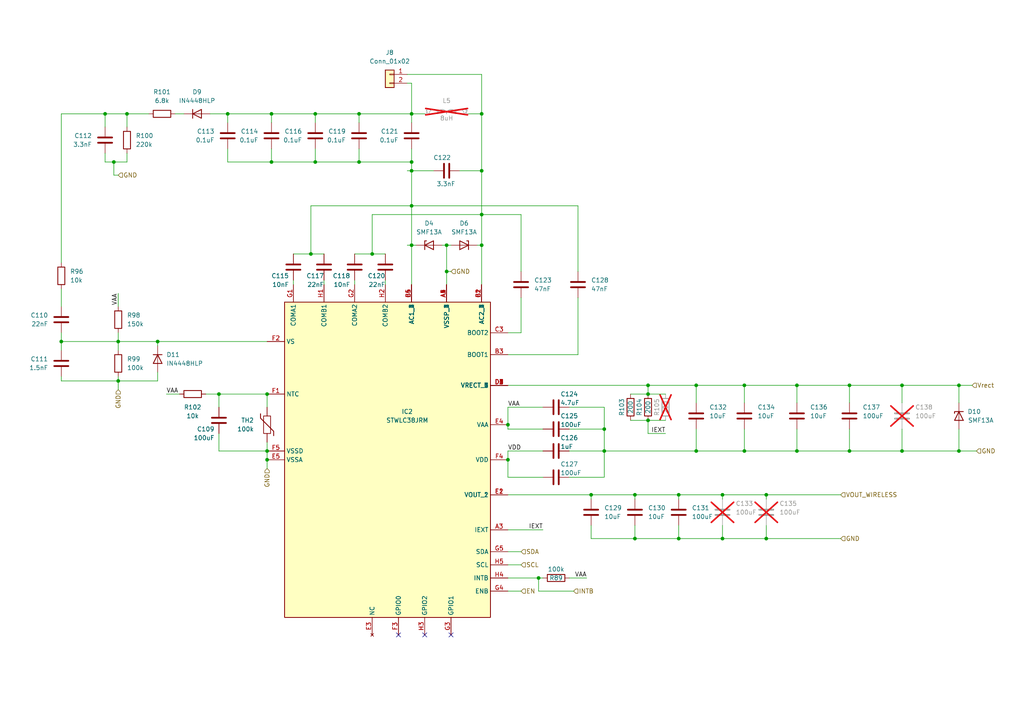
<source format=kicad_sch>
(kicad_sch (version 20230121) (generator eeschema)
  (paper "A4")
  (lib_symbols
    (symbol "Device:D" (pin_numbers hide) (pin_names (offset 1.016) hide)
      (property "Reference" "D" (at 0 2.54 0))
      (property "Value" "D" (at 0 -2.54 0))
      (symbol "D_0_1"
        (polyline (pts (xy -1.27 1.27) (xy -1.27 -1.27)) (stroke (width 0.254)))
        (polyline (pts (xy 1.27 0) (xy -1.27 0)))
        (polyline (pts (xy 1.27 1.27) (xy 1.27 -1.27) (xy -1.27 0) (xy 1.27 1.27)) (stroke (width 0.254)))
      )
      (symbol "D_1_1"
        (pin passive line (at -3.81 0 0) (length 2.54) (name "K") (number "1"))
        (pin passive line (at 3.81 0 180) (length 2.54) (name "A") (number "2"))
      )
    )
    (symbol "Device:D_Zener" (pin_numbers hide) (pin_names (offset 1.016) hide)
      (property "Reference" "D" (at 0 2.54 0))
      (property "Value" "D_Zener" (at 0 -2.54 0))
      (symbol "D_Zener_0_1"
        (polyline (pts (xy 1.27 0) (xy -1.27 0)))
        (polyline (pts (xy -1.27 -1.27) (xy -1.27 1.27) (xy -0.762 1.27)) (stroke (width 0.254)))
        (polyline (pts (xy 1.27 -1.27) (xy 1.27 1.27) (xy -1.27 0) (xy 1.27 -1.27)) (stroke (width 0.254)))
      )
      (symbol "D_Zener_1_1"
        (pin passive line (at -3.81 0 0) (length 2.54) (name "K") (number "1"))
        (pin passive line (at 3.81 0 180) (length 2.54) (name "A") (number "2"))
      )
    )
    (symbol "robot:C" (pin_numbers hide) (pin_names (offset 0.254))
      (property "Reference" "C" (at 0.635 2.54 0))
      (property "Value" "C" (at 0.635 -2.54 0))
      (symbol "C_0_1"
        (polyline (pts (xy -2.032 -0.762) (xy 2.032 -0.762)) (stroke (width 0.508)))
        (polyline (pts (xy -2.032 0.762) (xy 2.032 0.762)) (stroke (width 0.508)))
      )
      (symbol "C_1_1"
        (pin passive line (at 0 3.81 270) (length 2.794) (name "~") (number "1"))
        (pin passive line (at 0 -3.81 90) (length 2.794) (name "~") (number "2"))
      )
    )
    (symbol "robot:Conn_01x02" (pin_names (offset 1.016) hide)
      (property "Reference" "J" (at 0 2.54 0))
      (property "Value" "Conn_01x02" (at 0 -5.08 0))
      (symbol "Conn_01x02_1_1"
        (rectangle (start -1.27 -2.413) (end 0 -2.667) (stroke (width 0.1524)))
        (rectangle (start -1.27 0.127) (end 0 -0.127) (stroke (width 0.1524)))
        (rectangle (start -1.27 1.27) (end 1.27 -3.81) (stroke (width 0.254)) (fill (type background)))
        (pin passive line (at -5.08 0 0) (length 3.81) (name "Pin_1") (number "1"))
        (pin passive line (at -5.08 -2.54 0) (length 3.81) (name "Pin_2") (number "2"))
      )
    )
    (symbol "robot:INDUCTOR" (pin_numbers hide) (pin_names (offset 0))
      (property "Reference" "L" (at 0 2.54 0))
      (property "Value" "INDUCTOR" (at 0 -1.27 0))
      (symbol "INDUCTOR_0_1"
        (arc (start -2.54 0) (mid -3.81 1.2645) (end -5.08 0))
        (arc (start 0 0) (mid -1.27 1.2645) (end -2.54 0))
        (arc (start 2.54 0) (mid 1.27 1.2645) (end 0 0))
        (arc (start 5.08 0) (mid 3.81 1.2645) (end 2.54 0))
      )
      (symbol "INDUCTOR_1_1"
        (pin input line (at -6.35 0 0) (length 1.27) (name "1") (number "1"))
        (pin input line (at 6.35 0 180) (length 1.27) (name "2") (number "2"))
      )
    )
    (symbol "robot:R" (pin_numbers hide) (pin_names (offset 0))
      (property "Reference" "R" (at 2.032 0 90))
      (property "Value" "R" (at 0 0 90))
      (symbol "R_0_1"
        (rectangle (start -1.016 -2.54) (end 1.016 2.54) (stroke (width 0.254)))
      )
      (symbol "R_1_1"
        (pin passive line (at 0 3.81 270) (length 1.27) (name "~") (number "1"))
        (pin passive line (at 0 -3.81 90) (length 1.27) (name "~") (number "2"))
      )
    )
    (symbol "robot:STWLC38JRM"
      (property "Reference" "IC" (at -10.16 -5.715 0))
      (property "Value" "STWLC38JRM" (at -10.16 -8.255 0))
      (symbol "STWLC38JRM_1_1"
        (rectangle (start -35.56 33.02) (end 24.13 -58.42) (stroke (width 0.254)) (fill (type background)))
        (pin passive line (at 11.43 38.1 270) (length 5.08) (name "VSSP_1") (number "A1"))
        (pin passive line (at 11.43 38.1 270) (length 5.08) (name "VSSP_2") (number "A2"))
        (pin passive line (at 29.21 -33.02 180) (length 5.08) (name "IEXT") (number "A3"))
        (pin passive line (at 11.43 38.1 270) (length 5.08) (name "VSSP_3") (number "A4"))
        (pin passive line (at 11.43 38.1 270) (length 5.08) (name "VSSP_4") (number "A5"))
        (pin passive line (at 21.59 38.1 270) (length 5.08) (name "AC2_1") (number "B1"))
        (pin passive line (at 21.59 38.1 270) (length 5.08) (name "AC2_2") (number "B2"))
        (pin passive line (at 29.21 17.78 180) (length 5.08) (name "BOOT1") (number "B3"))
        (pin passive line (at 1.27 38.1 270) (length 5.08) (name "AC1_1") (number "B4"))
        (pin passive line (at 1.27 38.1 270) (length 5.08) (name "AC1_2") (number "B5"))
        (pin passive line (at 21.59 38.1 270) (length 5.08) (name "AC2_3") (number "C1"))
        (pin passive line (at 21.59 38.1 270) (length 5.08) (name "AC2_4") (number "C2"))
        (pin passive line (at 29.21 24.13 180) (length 5.08) (name "BOOT2") (number "C3"))
        (pin passive line (at 1.27 38.1 270) (length 5.08) (name "AC1_3") (number "C4"))
        (pin passive line (at 1.27 38.1 270) (length 5.08) (name "AC1_4") (number "C5"))
        (pin passive line (at 29.21 8.89 180) (length 5.08) (name "VRECT_1") (number "D1"))
        (pin passive line (at 29.21 8.89 180) (length 5.08) (name "VRECT_2") (number "D2"))
        (pin passive line (at 29.21 8.89 180) (length 5.08) (name "VRECT_3") (number "D3"))
        (pin passive line (at 29.21 8.89 180) (length 5.08) (name "VRECT_4") (number "D4"))
        (pin passive line (at 29.21 8.89 180) (length 5.08) (name "VRECT_5") (number "D5"))
        (pin passive line (at 29.21 -22.86 180) (length 5.08) (name "VOUT_1") (number "E1"))
        (pin passive line (at 29.21 -22.86 180) (length 5.08) (name "VOUT_2") (number "E2"))
        (pin no_connect line (at -10.16 -63.5 90) (length 5.08) (name "NC") (number "E3"))
        (pin passive line (at 29.21 -2.54 180) (length 5.08) (name "VAA") (number "E4"))
        (pin passive line (at -40.64 -12.7 0) (length 5.08) (name "VSSA") (number "E5"))
        (pin passive line (at -40.64 6.35 0) (length 5.08) (name "NTC") (number "F1"))
        (pin passive line (at -40.64 21.59 0) (length 5.08) (name "VS") (number "F2"))
        (pin passive line (at -2.54 -63.5 90) (length 5.08) (name "GPIO0") (number "F3"))
        (pin passive line (at 29.21 -12.7 180) (length 5.08) (name "VDD") (number "F4"))
        (pin passive line (at -40.64 -10.16 0) (length 5.08) (name "VSSD") (number "F5"))
        (pin passive line (at -33.02 38.1 270) (length 5.08) (name "COMA1") (number "G1"))
        (pin passive line (at -15.24 38.1 270) (length 5.08) (name "COMA2") (number "G2"))
        (pin passive line (at 12.7 -63.5 90) (length 5.08) (name "GPIO1") (number "G3"))
        (pin passive line (at 29.21 -50.8 180) (length 5.08) (name "ENB") (number "G4"))
        (pin passive line (at 29.21 -39.37 180) (length 5.08) (name "SDA") (number "G5"))
        (pin passive line (at -24.13 38.1 270) (length 5.08) (name "COMB1") (number "H1"))
        (pin passive line (at -6.35 38.1 270) (length 5.08) (name "COMB2") (number "H2"))
        (pin passive line (at 5.08 -63.5 90) (length 5.08) (name "GPIO2") (number "H3"))
        (pin passive line (at 29.21 -46.99 180) (length 5.08) (name "INTB") (number "H4"))
        (pin passive line (at 29.21 -43.18 180) (length 5.08) (name "SCL") (number "H5"))
      )
    )
    (symbol "robot:Thermistor" (pin_numbers hide) (pin_names (offset 0))
      (property "Reference" "TH" (at 2.54 1.27 90))
      (property "Value" "Thermistor" (at -2.54 0 90))
      (symbol "Thermistor_0_1"
        (rectangle (start -1.016 2.54) (end 1.016 -2.54) (stroke (width 0.2032)))
        (polyline (pts (xy -1.905 3.175) (xy -1.905 1.905) (xy 1.905 -1.905) (xy 1.905 -3.175) (xy 1.905 -3.175)) (stroke (width 0.254)))
      )
      (symbol "Thermistor_1_1"
        (pin passive line (at 0 5.08 270) (length 2.54) (name "~") (number "1"))
        (pin passive line (at 0 -5.08 90) (length 2.54) (name "~") (number "2"))
      )
    )
  )
  (junction (at 261.62 111.76))
  (junction (at 147.32 133.35))
  (junction (at 77.47 114.3))
  (junction (at 91.44 46.99))
  (junction (at 231.14 111.76))
  (junction (at 175.26 124.46))
  (junction (at 17.78 99.06))
  (junction (at 175.26 130.81))
  (junction (at 78.74 33.02))
  (junction (at 33.02 46.99))
  (junction (at 156.21 167.64))
  (junction (at 107.95 73.66))
  (junction (at 34.29 110.49))
  (junction (at 209.55 156.21))
  (junction (at 129.54 78.74))
  (junction (at 104.14 46.99))
  (junction (at 119.38 33.02))
  (junction (at 246.38 111.76))
  (junction (at 278.13 130.81))
  (junction (at 147.32 123.19))
  (junction (at 36.83 33.02))
  (junction (at 215.9 111.76))
  (junction (at 187.96 111.76))
  (junction (at 139.7 62.23))
  (junction (at 196.85 156.21))
  (junction (at 184.15 156.21))
  (junction (at 231.14 130.81))
  (junction (at 34.29 99.06))
  (junction (at 261.62 130.81))
  (junction (at 78.74 46.99))
  (junction (at 119.38 59.69))
  (junction (at 209.55 143.51))
  (junction (at 184.15 143.51))
  (junction (at 119.38 49.53))
  (junction (at 222.25 156.21))
  (junction (at 187.96 114.3))
  (junction (at 45.72 99.06))
  (junction (at 171.45 143.51))
  (junction (at 129.54 71.12))
  (junction (at 139.7 71.12))
  (junction (at 187.96 121.92))
  (junction (at 196.85 143.51))
  (junction (at 222.25 143.51))
  (junction (at 104.14 33.02))
  (junction (at 77.47 130.81))
  (junction (at 201.93 130.81))
  (junction (at 139.7 49.53))
  (junction (at 30.48 33.02))
  (junction (at 91.44 33.02))
  (junction (at 90.17 73.66))
  (junction (at 201.93 111.76))
  (junction (at 119.38 46.99))
  (junction (at 66.04 33.02))
  (junction (at 215.9 130.81))
  (junction (at 119.38 71.12))
  (junction (at 278.13 111.76))
  (junction (at 63.5 114.3))
  (junction (at 77.47 133.35))
  (junction (at 139.7 33.02))
  (junction (at 246.38 130.81))
  (no_connect (at 130.81 184.15))
  (no_connect (at 123.19 184.15))
  (no_connect (at 115.57 184.15))
  (wire (pts (xy 107.95 62.23) (xy 107.95 73.66)))
  (wire (pts (xy 77.47 128.27) (xy 77.47 130.81)))
  (wire (pts (xy 133.35 49.53) (xy 139.7 49.53)))
  (wire (pts (xy 17.78 33.02) (xy 30.48 33.02)))
  (wire (pts (xy 147.32 96.52) (xy 151.13 96.52)))
  (wire (pts (xy 17.78 110.49) (xy 34.29 110.49)))
  (wire (pts (xy 147.32 124.46) (xy 157.48 124.46)))
  (wire (pts (xy 119.38 71.12) (xy 119.38 59.69)))
  (wire (pts (xy 17.78 83.82) (xy 17.78 88.9)))
  (wire (pts (xy 261.62 111.76) (xy 278.13 111.76)))
  (wire (pts (xy 246.38 111.76) (xy 261.62 111.76)))
  (wire (pts (xy 187.96 111.76) (xy 187.96 114.3)))
  (wire (pts (xy 36.83 33.02) (xy 30.48 33.02)))
  (wire (pts (xy 17.78 109.22) (xy 17.78 110.49)))
  (wire (pts (xy 147.32 143.51) (xy 171.45 143.51)))
  (wire (pts (xy 278.13 111.76) (xy 278.13 116.84)))
  (wire (pts (xy 104.14 46.99) (xy 119.38 46.99)))
  (wire (pts (xy 184.15 143.51) (xy 196.85 143.51)))
  (wire (pts (xy 78.74 43.18) (xy 78.74 46.99)))
  (wire (pts (xy 171.45 143.51) (xy 171.45 144.78)))
  (wire (pts (xy 66.04 33.02) (xy 66.04 35.56)))
  (wire (pts (xy 231.14 124.46) (xy 231.14 130.81)))
  (wire (pts (xy 63.5 125.73) (xy 63.5 130.81)))
  (wire (pts (xy 91.44 46.99) (xy 104.14 46.99)))
  (wire (pts (xy 147.32 138.43) (xy 157.48 138.43)))
  (wire (pts (xy 78.74 46.99) (xy 91.44 46.99)))
  (wire (pts (xy 104.14 33.02) (xy 104.14 35.56)))
  (wire (pts (xy 167.64 86.36) (xy 167.64 102.87)))
  (wire (pts (xy 77.47 133.35) (xy 77.47 135.89)))
  (wire (pts (xy 209.55 156.21) (xy 222.25 156.21)))
  (wire (pts (xy 196.85 143.51) (xy 196.85 144.78)))
  (wire (pts (xy 30.48 36.83) (xy 30.48 33.02)))
  (wire (pts (xy 184.15 143.51) (xy 184.15 144.78)))
  (wire (pts (xy 63.5 114.3) (xy 77.47 114.3)))
  (wire (pts (xy 119.38 43.18) (xy 119.38 46.99)))
  (wire (pts (xy 215.9 111.76) (xy 231.14 111.76)))
  (wire (pts (xy 118.11 21.59) (xy 139.7 21.59)))
  (wire (pts (xy 187.96 121.92) (xy 193.04 121.92)))
  (wire (pts (xy 33.02 50.8) (xy 33.02 46.99)))
  (wire (pts (xy 215.9 130.81) (xy 231.14 130.81)))
  (wire (pts (xy 222.25 143.51) (xy 243.84 143.51)))
  (wire (pts (xy 139.7 33.02) (xy 139.7 49.53)))
  (wire (pts (xy 184.15 156.21) (xy 196.85 156.21)))
  (wire (pts (xy 45.72 99.06) (xy 45.72 100.33)))
  (wire (pts (xy 278.13 124.46) (xy 278.13 130.81)))
  (wire (pts (xy 209.55 143.51) (xy 222.25 143.51)))
  (wire (pts (xy 167.64 78.74) (xy 167.64 59.69)))
  (wire (pts (xy 45.72 99.06) (xy 77.47 99.06)))
  (wire (pts (xy 231.14 111.76) (xy 231.14 116.84)))
  (wire (pts (xy 129.54 71.12) (xy 129.54 78.74)))
  (wire (pts (xy 147.32 118.11) (xy 147.32 123.19)))
  (wire (pts (xy 139.7 49.53) (xy 139.7 62.23)))
  (wire (pts (xy 130.81 71.12) (xy 129.54 71.12)))
  (wire (pts (xy 33.02 46.99) (xy 36.83 46.99)))
  (wire (pts (xy 175.26 118.11) (xy 175.26 124.46)))
  (wire (pts (xy 167.64 59.69) (xy 119.38 59.69)))
  (wire (pts (xy 201.93 111.76) (xy 201.93 116.84)))
  (wire (pts (xy 171.45 152.4) (xy 171.45 156.21)))
  (wire (pts (xy 231.14 130.81) (xy 246.38 130.81)))
  (wire (pts (xy 187.96 125.73) (xy 193.04 125.73)))
  (wire (pts (xy 17.78 99.06) (xy 17.78 101.6)))
  (wire (pts (xy 156.21 171.45) (xy 166.37 171.45)))
  (wire (pts (xy 90.17 73.66) (xy 93.98 73.66)))
  (wire (pts (xy 17.78 96.52) (xy 17.78 99.06)))
  (wire (pts (xy 196.85 152.4) (xy 196.85 156.21)))
  (wire (pts (xy 175.26 138.43) (xy 165.1 138.43)))
  (wire (pts (xy 231.14 111.76) (xy 246.38 111.76)))
  (wire (pts (xy 151.13 96.52) (xy 151.13 86.36)))
  (wire (pts (xy 48.26 114.3) (xy 52.07 114.3)))
  (wire (pts (xy 215.9 130.81) (xy 215.9 124.46)))
  (wire (pts (xy 63.5 130.81) (xy 77.47 130.81)))
  (wire (pts (xy 66.04 33.02) (xy 78.74 33.02)))
  (wire (pts (xy 222.25 156.21) (xy 243.84 156.21)))
  (wire (pts (xy 63.5 118.11) (xy 63.5 114.3)))
  (wire (pts (xy 129.54 78.74) (xy 129.54 82.55)))
  (wire (pts (xy 91.44 33.02) (xy 91.44 35.56)))
  (wire (pts (xy 36.83 33.02) (xy 43.18 33.02)))
  (wire (pts (xy 34.29 109.22) (xy 34.29 110.49)))
  (wire (pts (xy 261.62 130.81) (xy 261.62 124.46)))
  (wire (pts (xy 135.89 33.02) (xy 139.7 33.02)))
  (wire (pts (xy 34.29 96.52) (xy 34.29 99.06)))
  (wire (pts (xy 104.14 33.02) (xy 119.38 33.02)))
  (wire (pts (xy 119.38 82.55) (xy 119.38 71.12)))
  (wire (pts (xy 175.26 118.11) (xy 165.1 118.11)))
  (wire (pts (xy 201.93 130.81) (xy 215.9 130.81)))
  (wire (pts (xy 139.7 71.12) (xy 139.7 82.55)))
  (wire (pts (xy 102.87 73.66) (xy 107.95 73.66)))
  (wire (pts (xy 175.26 130.81) (xy 165.1 130.81)))
  (wire (pts (xy 175.26 124.46) (xy 175.26 130.81)))
  (wire (pts (xy 119.38 49.53) (xy 125.73 49.53)))
  (wire (pts (xy 34.29 50.8) (xy 33.02 50.8)))
  (wire (pts (xy 66.04 46.99) (xy 78.74 46.99)))
  (wire (pts (xy 78.74 33.02) (xy 91.44 33.02)))
  (wire (pts (xy 147.32 171.45) (xy 151.13 171.45)))
  (wire (pts (xy 139.7 21.59) (xy 139.7 33.02)))
  (wire (pts (xy 139.7 62.23) (xy 151.13 62.23)))
  (wire (pts (xy 209.55 152.4) (xy 209.55 156.21)))
  (wire (pts (xy 85.09 73.66) (xy 90.17 73.66)))
  (wire (pts (xy 201.93 130.81) (xy 201.93 124.46)))
  (wire (pts (xy 182.88 121.92) (xy 187.96 121.92)))
  (wire (pts (xy 17.78 76.2) (xy 17.78 33.02)))
  (wire (pts (xy 147.32 111.76) (xy 187.96 111.76)))
  (wire (pts (xy 34.29 110.49) (xy 45.72 110.49)))
  (wire (pts (xy 91.44 43.18) (xy 91.44 46.99)))
  (wire (pts (xy 147.32 167.64) (xy 156.21 167.64)))
  (wire (pts (xy 222.25 143.51) (xy 222.25 144.78)))
  (wire (pts (xy 119.38 71.12) (xy 118.11 71.12)))
  (wire (pts (xy 147.32 160.02) (xy 151.13 160.02)))
  (wire (pts (xy 36.83 44.45) (xy 36.83 46.99)))
  (wire (pts (xy 184.15 152.4) (xy 184.15 156.21)))
  (wire (pts (xy 30.48 44.45) (xy 30.48 46.99)))
  (wire (pts (xy 30.48 46.99) (xy 33.02 46.99)))
  (wire (pts (xy 151.13 78.74) (xy 151.13 62.23)))
  (wire (pts (xy 278.13 111.76) (xy 281.94 111.76)))
  (wire (pts (xy 246.38 130.81) (xy 261.62 130.81)))
  (wire (pts (xy 59.69 114.3) (xy 63.5 114.3)))
  (wire (pts (xy 139.7 62.23) (xy 139.7 71.12)))
  (wire (pts (xy 156.21 167.64) (xy 157.48 167.64)))
  (wire (pts (xy 147.32 130.81) (xy 157.48 130.81)))
  (wire (pts (xy 187.96 114.3) (xy 193.04 114.3)))
  (wire (pts (xy 119.38 71.12) (xy 120.65 71.12)))
  (wire (pts (xy 119.38 49.53) (xy 118.11 49.53)))
  (wire (pts (xy 278.13 130.81) (xy 283.21 130.81)))
  (wire (pts (xy 196.85 143.51) (xy 209.55 143.51)))
  (wire (pts (xy 222.25 152.4) (xy 222.25 156.21)))
  (wire (pts (xy 261.62 111.76) (xy 261.62 116.84)))
  (wire (pts (xy 119.38 59.69) (xy 90.17 59.69)))
  (wire (pts (xy 36.83 36.83) (xy 36.83 33.02)))
  (wire (pts (xy 45.72 110.49) (xy 45.72 107.95)))
  (wire (pts (xy 119.38 46.99) (xy 119.38 49.53)))
  (wire (pts (xy 34.29 99.06) (xy 45.72 99.06)))
  (wire (pts (xy 111.76 81.28) (xy 111.76 82.55)))
  (wire (pts (xy 138.43 71.12) (xy 139.7 71.12)))
  (wire (pts (xy 129.54 78.74) (xy 130.81 78.74)))
  (wire (pts (xy 118.11 24.13) (xy 119.38 24.13)))
  (wire (pts (xy 215.9 111.76) (xy 215.9 116.84)))
  (wire (pts (xy 77.47 114.3) (xy 77.47 118.11)))
  (wire (pts (xy 34.29 110.49) (xy 34.29 113.03)))
  (wire (pts (xy 91.44 33.02) (xy 104.14 33.02)))
  (wire (pts (xy 182.88 114.3) (xy 187.96 114.3)))
  (wire (pts (xy 246.38 111.76) (xy 246.38 116.84)))
  (wire (pts (xy 34.29 99.06) (xy 34.29 101.6)))
  (wire (pts (xy 175.26 130.81) (xy 201.93 130.81)))
  (wire (pts (xy 139.7 62.23) (xy 107.95 62.23)))
  (wire (pts (xy 147.32 123.19) (xy 147.32 124.46)))
  (wire (pts (xy 107.95 73.66) (xy 111.76 73.66)))
  (wire (pts (xy 78.74 33.02) (xy 78.74 35.56)))
  (wire (pts (xy 34.29 88.9) (xy 34.29 85.09)))
  (wire (pts (xy 50.8 33.02) (xy 53.34 33.02)))
  (wire (pts (xy 196.85 156.21) (xy 209.55 156.21)))
  (wire (pts (xy 90.17 59.69) (xy 90.17 73.66)))
  (wire (pts (xy 60.96 33.02) (xy 66.04 33.02)))
  (wire (pts (xy 171.45 156.21) (xy 184.15 156.21)))
  (wire (pts (xy 261.62 130.81) (xy 278.13 130.81)))
  (wire (pts (xy 147.32 102.87) (xy 167.64 102.87)))
  (wire (pts (xy 123.19 33.02) (xy 119.38 33.02)))
  (wire (pts (xy 119.38 59.69) (xy 119.38 49.53)))
  (wire (pts (xy 147.32 153.67) (xy 157.48 153.67)))
  (wire (pts (xy 17.78 99.06) (xy 34.29 99.06)))
  (wire (pts (xy 119.38 33.02) (xy 119.38 35.56)))
  (wire (pts (xy 171.45 143.51) (xy 184.15 143.51)))
  (wire (pts (xy 77.47 130.81) (xy 77.47 133.35)))
  (wire (pts (xy 209.55 143.51) (xy 209.55 144.78)))
  (wire (pts (xy 156.21 167.64) (xy 156.21 171.45)))
  (wire (pts (xy 93.98 81.28) (xy 93.98 82.55)))
  (wire (pts (xy 104.14 43.18) (xy 104.14 46.99)))
  (wire (pts (xy 201.93 111.76) (xy 215.9 111.76)))
  (wire (pts (xy 66.04 43.18) (xy 66.04 46.99)))
  (wire (pts (xy 165.1 167.64) (xy 170.18 167.64)))
  (wire (pts (xy 147.32 163.83) (xy 151.13 163.83)))
  (wire (pts (xy 165.1 124.46) (xy 175.26 124.46)))
  (wire (pts (xy 102.87 81.28) (xy 102.87 82.55)))
  (wire (pts (xy 85.09 81.28) (xy 85.09 82.55)))
  (wire (pts (xy 187.96 111.76) (xy 201.93 111.76)))
  (wire (pts (xy 246.38 130.81) (xy 246.38 124.46)))
  (wire (pts (xy 187.96 121.92) (xy 187.96 125.73)))
  (wire (pts (xy 147.32 118.11) (xy 157.48 118.11)))
  (wire (pts (xy 128.27 71.12) (xy 129.54 71.12)))
  (wire (pts (xy 147.32 133.35) (xy 147.32 138.43)))
  (wire (pts (xy 147.32 130.81) (xy 147.32 133.35)))
  (wire (pts (xy 119.38 24.13) (xy 119.38 33.02)))
  (wire (pts (xy 175.26 130.81) (xy 175.26 138.43)))
  (label "VAA" (at 48.26 114.3 0))
  (label "VDD" (at 147.32 130.81 0))
  (label "IEXT" (at 193.04 125.73 180))
  (label "VAA" (at 34.29 85.09 270))
  (label "IEXT" (at 157.48 153.67 180))
  (label "VAA" (at 170.18 167.64 180))
  (label "VAA" (at 147.32 118.11 0))
  (hierarchical_label "GND" (shape input) (at 34.29 113.03 270))
  (hierarchical_label "GND" (shape input) (at 130.81 78.74 0))
  (hierarchical_label "GND" (shape input) (at 34.29 50.8 0))
  (hierarchical_label "GND" (shape input) (at 243.84 156.21 0))
  (hierarchical_label "VOUT_WIRELESS" (shape input) (at 243.84 143.51 0))
  (hierarchical_label "GND" (shape input) (at 283.21 130.81 0))
  (hierarchical_label "Vrect" (shape input) (at 281.94 111.76 0))
  (hierarchical_label "EN" (shape input) (at 151.13 171.45 0))
  (hierarchical_label "SDA" (shape input) (at 151.13 160.02 0))
  (hierarchical_label "SCL" (shape input) (at 151.13 163.83 0))
  (hierarchical_label "GND" (shape input) (at 77.47 135.89 270))
  (hierarchical_label "INTB" (shape input) (at 166.37 171.45 0))
  (symbol (lib_id "Device:D_Zener") (at 278.13 120.65 90) (mirror x) (unit 1)
    (property "Reference" "D10" (at 282.575 119.38 90))
    (property "Value" "SMF13A" (at 284.48 121.92 90))
    (property "Footprint" "robot:D_SOD-123F" (effects hide))
    (property "Manufacturer" "Littelfuse Inc." (effects hide))
    (property "Part Number" "SMF13A" (effects hide))
  )
  (symbol (lib_id "robot:R") (at 187.96 118.11 180) (unit 1)
    (property "Reference" "R104" (at 185.42 118.11 90))
    (property "Value" "200" (at 187.96 118.11 90))
    (property "Footprint" "robot:R_0603_1608Metric" (effects hide))
    (property "Manufacturer" "Panasonic" (effects hide))
    (property "Part Number" "ERJ-PA3J201V" (effects hide))
    (property "Notes" "Requires Pulse Withstanding" (effects hide))
  )
  (symbol (lib_id "robot:C") (at 111.76 77.47 180) (unit 1)
    (property "Reference" "C120" (at 111.76 80.01 0) (effects (justify left)))
    (property "Value" "22nF" (at 111.76 82.55 0) (effects (justify left)))
    (property "Footprint" "robot:C_0402_1005Metric" (effects hide))
    (property "Manufacturer" "Murata" (effects hide))
    (property "Part Number" "GRM155R71H223KA12J" (effects hide))
  )
  (symbol (lib_id "robot:C") (at 167.64 82.55 0) (mirror x) (unit 1)
    (property "Reference" "C128" (at 171.45 81.28 0) (effects (justify left)))
    (property "Value" "47nF" (at 171.45 83.82 0) (effects (justify left)))
    (property "Footprint" "robot:C_0402_1005Metric" (effects hide))
    (property "Manufacturer" "Murata" (effects hide))
    (property "Part Number" "GRM155R71H473KE14D" (effects hide))
  )
  (symbol (lib_id "robot:R") (at 55.88 114.3 90) (unit 1)
    (property "Reference" "R102" (at 55.88 118.11 90))
    (property "Value" "10k" (at 55.88 120.65 90))
    (property "Footprint" "robot:R_0603_1608Metric" (effects hide))
    (property "Manufacturer" "Walsin Technology" (effects hide))
    (property "Part Number" "WR06X1002FTL" (effects hide))
  )
  (symbol (lib_id "robot:STWLC38JRM") (at 118.11 120.65 0) (unit 1)
    (property "Reference" "IC2" (at 118.11 119.38 0))
    (property "Value" "STWLC38JRM" (at 118.11 121.92 0))
    (property "Footprint" "robot:BGA40C40P5X8_213X333X57" (effects hide))
    (property "Datasheet" "https://www.st.com/resource/en/datasheet/stwlc38.pdf" (effects hide))
    (property "Manufacturer" "STMicroelectronics" (effects hide))
    (property "Part Number" "STWLC38JRM" (effects hide))
  )
  (symbol (lib_id "robot:C") (at 151.13 82.55 0) (mirror x) (unit 1)
    (property "Reference" "C123" (at 154.94 81.28 0) (effects (justify left)))
    (property "Value" "47nF" (at 154.94 83.82 0) (effects (justify left)))
    (property "Footprint" "robot:C_0402_1005Metric" (effects hide))
    (property "Manufacturer" "Murata" (effects hide))
    (property "Part Number" "GRM155R71H473KE14D" (effects hide))
  )
  (symbol (lib_id "robot:C") (at 201.93 120.65 0) (mirror x) (unit 1)
    (property "Reference" "C132" (at 205.74 118.11 0) (effects (justify left)))
    (property "Value" "10uF" (at 205.74 120.65 0) (effects (justify left)))
    (property "Footprint" "robot:C_0603_1608Metric" (effects hide))
    (property "Manufacturer" "Murata" (effects hide))
    (property "Part Number" "GRM188R61E106KA73J" (effects hide))
    (property "V_Max" "25V" (effects hide))
  )
  (symbol (lib_id "robot:C") (at 30.48 40.64 180) (unit 1)
    (property "Reference" "C112" (at 26.67 39.37 0) (effects (justify left)))
    (property "Value" "3.3nF" (at 26.67 41.91 0) (effects (justify left)))
    (property "Footprint" "robot:C_0402_1005Metric" (effects hide))
    (property "Manufacturer" "Murata" (effects hide))
    (property "Part Number" "GCM155R71H332KA37J" (effects hide))
    (property "V_Max" "50V" (effects hide))
  )
  (symbol (lib_id "robot:C") (at 161.29 124.46 270) (mirror x) (unit 1)
    (property "Reference" "C125" (at 162.56 120.65 90) (effects (justify left)))
    (property "Value" "100uF" (at 162.56 123.19 90) (effects (justify left)))
    (property "Footprint" "robot:C_1206_3216Metric" (effects hide))
    (property "Manufacturer" "Murata" (effects hide))
    (property "Part Number" "GRM31CD80J107MEA8K" (effects hide))
    (property "V_Max" "25V" (effects hide))
  )
  (symbol (lib_id "robot:C") (at 17.78 105.41 180) (unit 1)
    (property "Reference" "C111" (at 13.97 104.14 0) (effects (justify left)))
    (property "Value" "1.5nF" (at 13.97 106.68 0) (effects (justify left)))
    (property "Footprint" "robot:C_0603_1608Metric" (effects hide))
    (property "Manufacturer" "Murata" (effects hide))
    (property "Part Number" "GCM155R71H152KA37D" (effects hide))
    (property "V_Max" "50V" (effects hide))
  )
  (symbol (lib_id "Device:D") (at 57.15 33.02 0) (unit 1)
    (property "Reference" "D9" (at 57.15 26.67 0))
    (property "Value" "IN4448HLP" (at 57.15 29.21 0))
    (property "Footprint" "robot:D_0402_1005Metric" (effects hide))
    (property "Datasheet" "https://www.diodes.com/assets/Datasheets/ds30590.pdf" (effects hide))
    (property "Manufacturer" "Diodes Incorporated" (effects hide))
    (property "Part Number" "1N4448HLP-7" (effects hide))
  )
  (symbol (lib_id "robot:R") (at 193.04 118.11 180) (unit 1) (dnp yes)
    (property "Reference" "R105" (at 190.5 118.11 90))
    (property "Value" "200" (at 193.04 118.11 90))
    (property "Footprint" "robot:R_0603_1608Metric" (effects hide))
    (property "Manufacturer" "Panasonic" (effects hide))
    (property "Part Number" "ERJ-PA3J201V" (effects hide))
    (property "Notes" "Requires Pulse Withstanding" (effects hide))
  )
  (symbol (lib_id "Device:D_Zener") (at 124.46 71.12 0) (unit 1)
    (property "Reference" "D4" (at 124.46 64.77 0))
    (property "Value" "SMF13A" (at 124.46 67.31 0))
    (property "Footprint" "robot:D_SOD-123F" (effects hide))
    (property "Manufacturer" "Littelfuse Inc." (effects hide))
    (property "Part Number" "SMF13A" (effects hide))
  )
  (symbol (lib_id "robot:C") (at 261.62 120.65 0) (mirror x) (unit 1) (dnp yes)
    (property "Reference" "C138" (at 265.43 118.11 0) (effects (justify left)))
    (property "Value" "100uF" (at 265.43 120.65 0) (effects (justify left)))
    (property "Footprint" "robot:C_1210_3225Metric" (effects hide))
    (property "Manufacturer" "Cal-Chip Electronics, Inc." (effects hide))
    (property "Part Number" "GMC32X5R107M16NT" (effects hide))
    (property "V_Max" "16V" (effects hide))
  )
  (symbol (lib_id "Device:D") (at 45.72 104.14 270) (unit 1)
    (property "Reference" "D11" (at 48.26 102.87 90) (effects (justify left)))
    (property "Value" "IN4448HLP" (at 48.26 105.41 90) (effects (justify left)))
    (property "Footprint" "robot:D_0402_1005Metric" (effects hide))
    (property "Datasheet" "https://www.diodes.com/assets/Datasheets/ds30590.pdf" (effects hide))
    (property "Manufacturer" "Diodes Incorporated" (effects hide))
    (property "Part Number" "1N4448HLP-7" (effects hide))
  )
  (symbol (lib_id "robot:C") (at 129.54 49.53 90) (unit 1)
    (property "Reference" "C122" (at 130.81 45.72 90) (effects (justify left)))
    (property "Value" "3.3nF" (at 132.08 53.34 90) (effects (justify left)))
    (property "Footprint" "robot:C_0402_1005Metric" (effects hide))
    (property "Manufacturer" "Murata" (effects hide))
    (property "Part Number" "GCM155R71H332KA37J" (effects hide))
    (property "V_Max" "50V" (effects hide))
  )
  (symbol (lib_id "robot:C") (at 215.9 120.65 0) (mirror x) (unit 1)
    (property "Reference" "C134" (at 219.71 118.11 0) (effects (justify left)))
    (property "Value" "10uF" (at 219.71 120.65 0) (effects (justify left)))
    (property "Footprint" "robot:C_0603_1608Metric" (effects hide))
    (property "Manufacturer" "Murata" (effects hide))
    (property "Part Number" "GRM188R61E106KA73J" (effects hide))
    (property "V_Max" "25V" (effects hide))
  )
  (symbol (lib_id "robot:C") (at 161.29 138.43 270) (mirror x) (unit 1)
    (property "Reference" "C127" (at 162.56 134.62 90) (effects (justify left)))
    (property "Value" "100uF" (at 162.56 137.16 90) (effects (justify left)))
    (property "Footprint" "robot:C_1206_3216Metric" (effects hide))
    (property "Manufacturer" "Murata" (effects hide))
    (property "Part Number" "GRM31CD80J107MEA8K" (effects hide))
    (property "V_Max" "25V" (effects hide))
  )
  (symbol (lib_id "robot:C") (at 91.44 39.37 0) (mirror y) (unit 1)
    (property "Reference" "C116" (at 87.63 38.1 0) (effects (justify left)))
    (property "Value" "0.1uF" (at 87.63 40.64 0) (effects (justify left)))
    (property "Footprint" "robot:C_0402_1005Metric" (effects hide))
    (property "Manufacturer" "Murata" (effects hide))
    (property "Part Number" "GRM155R62A104KE14D" (effects hide))
    (property "V_Max" "50V" (effects hide))
  )
  (symbol (lib_id "robot:Thermistor") (at 77.47 123.19 0) (unit 1)
    (property "Reference" "TH2" (at 73.66 121.92 0) (effects (justify right)))
    (property "Value" "100k" (at 73.66 124.46 0) (effects (justify right)))
    (property "Footprint" "robot:R_0402_1005Metric" (effects hide))
    (property "Manufacturer" "Murata" (effects hide))
    (property "Part Number" "NCU15WF104J6SRC" (effects hide))
  )
  (symbol (lib_id "robot:C") (at 231.14 120.65 0) (mirror x) (unit 1)
    (property "Reference" "C136" (at 234.95 118.11 0) (effects (justify left)))
    (property "Value" "10uF" (at 234.95 120.65 0) (effects (justify left)))
    (property "Footprint" "robot:C_0603_1608Metric" (effects hide))
    (property "Manufacturer" "Murata" (effects hide))
    (property "Part Number" "GRM188R61E106KA73J" (effects hide))
    (property "V_Max" "25V" (effects hide))
  )
  (symbol (lib_id "Device:D_Zener") (at 134.62 71.12 0) (mirror y) (unit 1)
    (property "Reference" "D6" (at 134.62 64.77 0))
    (property "Value" "SMF13A" (at 134.62 67.31 0))
    (property "Footprint" "robot:D_SOD-123F" (effects hide))
    (property "Manufacturer" "Littelfuse Inc." (effects hide))
    (property "Part Number" "SMF13A" (effects hide))
  )
  (symbol (lib_id "robot:C") (at 209.55 148.59 0) (mirror x) (unit 1) (dnp yes)
    (property "Reference" "C133" (at 213.36 146.05 0) (effects (justify left)))
    (property "Value" "100uF" (at 213.36 148.59 0) (effects (justify left)))
    (property "Footprint" "robot:C_1210_3225Metric" (effects hide))
    (property "Manufacturer" "Cal-Chip Electronics, Inc." (effects hide))
    (property "Part Number" "GMC32X5R107M16NT" (effects hide))
    (property "V_Max" "16V" (effects hide))
  )
  (symbol (lib_id "robot:R") (at 36.83 40.64 0) (unit 1)
    (property "Reference" "R100" (at 39.37 39.37 0) (effects (justify left)))
    (property "Value" "220k" (at 39.37 41.91 0) (effects (justify left)))
    (property "Footprint" "robot:R_0402_1005Metric" (effects hide))
    (property "Manufacturer" "YAGEO" (effects hide))
    (property "Part Number" "RC0402FR-07220KL" (effects hide))
  )
  (symbol (lib_id "robot:C") (at 102.87 77.47 180) (unit 1)
    (property "Reference" "C118" (at 101.6 80.01 0) (effects (justify left)))
    (property "Value" "10nF" (at 101.6 82.55 0) (effects (justify left)))
    (property "Footprint" "robot:C_0402_1005Metric" (effects hide))
    (property "Manufacturer" "Würth Elektronik" (effects hide))
    (property "Part Number" "885012205067" (effects hide))
  )
  (symbol (lib_id "robot:C") (at 171.45 148.59 0) (mirror x) (unit 1)
    (property "Reference" "C129" (at 175.26 147.32 0) (effects (justify left)))
    (property "Value" "10uF" (at 175.26 149.86 0) (effects (justify left)))
    (property "Footprint" "robot:C_0603_1608Metric" (effects hide))
    (property "Manufacturer" "Murata" (effects hide))
    (property "Part Number" "GRM188R61E106KA73J" (effects hide))
    (property "V_Max" "25V" (effects hide))
  )
  (symbol (lib_id "robot:C") (at 184.15 148.59 0) (mirror x) (unit 1)
    (property "Reference" "C130" (at 187.96 147.32 0) (effects (justify left)))
    (property "Value" "10uF" (at 187.96 149.86 0) (effects (justify left)))
    (property "Footprint" "robot:C_0603_1608Metric" (effects hide))
    (property "Manufacturer" "Murata" (effects hide))
    (property "Part Number" "GRM188R61E106KA73J" (effects hide))
    (property "V_Max" "25V" (effects hide))
  )
  (symbol (lib_id "robot:C") (at 85.09 77.47 180) (unit 1)
    (property "Reference" "C115" (at 83.82 80.01 0) (effects (justify left)))
    (property "Value" "10nF" (at 83.82 82.55 0) (effects (justify left)))
    (property "Footprint" "robot:C_0402_1005Metric" (effects hide))
    (property "Manufacturer" "Würth Elektronik" (effects hide))
    (property "Part Number" "885012205067" (effects hide))
  )
  (symbol (lib_id "robot:R") (at 182.88 118.11 180) (unit 1)
    (property "Reference" "R103" (at 180.34 118.11 90))
    (property "Value" "200" (at 182.88 118.11 90))
    (property "Footprint" "robot:R_0603_1608Metric" (effects hide))
    (property "Manufacturer" "Panasonic" (effects hide))
    (property "Part Number" "ERJ-PA3J201V" (effects hide))
    (property "Notes" "Requires Pulse Withstanding" (effects hide))
  )
  (symbol (lib_id "robot:C") (at 93.98 77.47 180) (unit 1)
    (property "Reference" "C117" (at 93.98 80.01 0) (effects (justify left)))
    (property "Value" "22nF" (at 93.98 82.55 0) (effects (justify left)))
    (property "Footprint" "robot:C_0402_1005Metric" (effects hide))
    (property "Manufacturer" "Murata" (effects hide))
    (property "Part Number" "GRM155R71H223KA12J" (effects hide))
  )
  (symbol (lib_id "robot:C") (at 66.04 39.37 0) (mirror y) (unit 1)
    (property "Reference" "C113" (at 62.23 38.1 0) (effects (justify left)))
    (property "Value" "0.1uF" (at 62.23 40.64 0) (effects (justify left)))
    (property "Footprint" "robot:C_0402_1005Metric" (effects hide))
    (property "Manufacturer" "Murata" (effects hide))
    (property "Part Number" "GRM155R62A104KE14D" (effects hide))
    (property "V_Max" "50V" (effects hide))
  )
  (symbol (lib_id "robot:C") (at 104.14 39.37 0) (mirror y) (unit 1)
    (property "Reference" "C119" (at 100.33 38.1 0) (effects (justify left)))
    (property "Value" "0.1uF" (at 100.33 40.64 0) (effects (justify left)))
    (property "Footprint" "robot:C_0402_1005Metric" (effects hide))
    (property "Manufacturer" "Murata" (effects hide))
    (property "Part Number" "GRM155R62A104KE14D" (effects hide))
    (property "V_Max" "50V" (effects hide))
  )
  (symbol (lib_id "robot:Conn_01x02") (at 113.03 21.59 0) (mirror y) (unit 1)
    (property "Reference" "J8" (at 113.03 15.24 0))
    (property "Value" "Conn_01x02" (at 113.03 17.78 0))
    (property "Footprint" "robot:THT_Pitch5mm_Drill1.2mm" (effects hide))
    (property "Manufacturer" "N/A" (effects hide))
    (property "Part Number" "N/A" (effects hide))
  )
  (symbol (lib_id "robot:C") (at 17.78 92.71 180) (unit 1)
    (property "Reference" "C110" (at 13.97 91.44 0) (effects (justify left)))
    (property "Value" "22nF" (at 13.97 93.98 0) (effects (justify left)))
    (property "Footprint" "robot:C_0402_1005Metric" (effects hide))
    (property "Manufacturer" "Murata" (effects hide))
    (property "Part Number" "GRM155R71H223KA12J" (effects hide))
    (property "V_Max" "50V" (effects hide))
  )
  (symbol (lib_id "robot:C") (at 196.85 148.59 0) (mirror x) (unit 1)
    (property "Reference" "C131" (at 200.66 147.32 0) (effects (justify left)))
    (property "Value" "100uF" (at 200.66 149.86 0) (effects (justify left)))
    (property "Footprint" "robot:C_1206_3216Metric" (effects hide))
    (property "Manufacturer" "Murata" (effects hide))
    (property "Part Number" "GRM31CD80J107MEA8K" (effects hide))
  )
  (symbol (lib_id "robot:INDUCTOR") (at 129.54 33.02 0) (unit 1) (dnp yes)
    (property "Reference" "L5" (at 129.54 29.21 0))
    (property "Value" "8uH" (at 129.54 34.29 0))
    (property "Datasheet" "https://media.digikey.com/pdf/Data%20Sheets/Wurth%20Electronics%20PDFs/760308102207.pdf" (effects hide))
    (property "Manufacturer" "Würth Elektronik" (effects hide))
    (property "Part Number" "760308102207" (effects hide))
  )
  (symbol (lib_id "robot:R") (at 34.29 105.41 180) (unit 1)
    (property "Reference" "R99" (at 36.83 104.14 0) (effects (justify right)))
    (property "Value" "100k" (at 36.83 106.68 0) (effects (justify right)))
    (property "Footprint" "robot:R_0603_1608Metric" (effects hide))
    (property "Manufacturer" "Walsin Technology" (effects hide))
    (property "Part Number" "WR06X1003FTL" (effects hide))
  )
  (symbol (lib_id "robot:C") (at 119.38 39.37 0) (mirror y) (unit 1)
    (property "Reference" "C121" (at 115.57 38.1 0) (effects (justify left)))
    (property "Value" "0.1uF" (at 115.57 40.64 0) (effects (justify left)))
    (property "Footprint" "robot:C_0402_1005Metric" (effects hide))
    (property "Manufacturer" "Murata" (effects hide))
    (property "Part Number" "GRM155R62A104KE14D" (effects hide))
    (property "V_Max" "50V" (effects hide))
  )
  (symbol (lib_id "robot:R") (at 17.78 80.01 0) (unit 1)
    (property "Reference" "R96" (at 20.32 78.74 0) (effects (justify left)))
    (property "Value" "10k" (at 20.32 81.28 0) (effects (justify left)))
    (property "Footprint" "robot:R_0603_1608Metric" (effects hide))
    (property "Manufacturer" "Walsin Technology" (effects hide))
    (property "Part Number" "WR06X1002FTL" (effects hide))
  )
  (symbol (lib_id "robot:C") (at 78.74 39.37 0) (mirror y) (unit 1)
    (property "Reference" "C114" (at 74.93 38.1 0) (effects (justify left)))
    (property "Value" "0.1uF" (at 74.93 40.64 0) (effects (justify left)))
    (property "Footprint" "robot:C_0402_1005Metric" (effects hide))
    (property "Manufacturer" "Murata" (effects hide))
    (property "Part Number" "GRM155R62A104KE14D" (effects hide))
    (property "V_Max" "50V" (effects hide))
  )
  (symbol (lib_id "robot:R") (at 34.29 92.71 180) (unit 1)
    (property "Reference" "R98" (at 36.83 91.44 0) (effects (justify right)))
    (property "Value" "150k" (at 36.83 93.98 0) (effects (justify right)))
    (property "Footprint" "robot:R_0402_1005Metric" (effects hide))
    (property "Manufacturer" "YAGEO" (effects hide))
    (property "Part Number" "RC0402FR-13150KL" (effects hide))
  )
  (symbol (lib_id "robot:R") (at 46.99 33.02 270) (unit 1)
    (property "Reference" "R101" (at 46.99 26.67 90))
    (property "Value" "6.8k" (at 46.99 29.21 90))
    (property "Footprint" "robot:R_0603_1608Metric" (effects hide))
    (property "Manufacturer" "YAGEO" (effects hide))
    (property "Part Number" "RC0402FR-136K8L" (effects hide))
  )
  (symbol (lib_id "robot:C") (at 161.29 130.81 270) (unit 1)
    (property "Reference" "C126" (at 162.56 127 90) (effects (justify left)))
    (property "Value" "1uF" (at 162.56 129.54 90) (effects (justify left)))
    (property "Footprint" "robot:C_0402_1005Metric" (effects hide))
    (property "Manufacturer" "Murata" (effects hide))
    (property "Part Number" "GRM155R61E105KA12D" (effects hide))
    (property "V_Max" "16V" (effects hide))
  )
  (symbol (lib_id "robot:C") (at 63.5 121.92 0) (mirror y) (unit 1)
    (property "Reference" "C109" (at 62.23 124.46 0) (effects (justify left)))
    (property "Value" "100uF" (at 62.23 127 0) (effects (justify left)))
    (property "Footprint" "robot:C_1206_3216Metric" (effects hide))
    (property "Manufacturer" "Murata" (effects hide))
    (property "Part Number" "GRM31CD80J107MEA8K" (effects hide))
    (property "V_Max" "25V" (effects hide))
  )
  (symbol (lib_id "robot:C") (at 222.25 148.59 0) (mirror x) (unit 1) (dnp yes)
    (property "Reference" "C135" (at 226.06 146.05 0) (effects (justify left)))
    (property "Value" "100uF" (at 226.06 148.59 0) (effects (justify left)))
    (property "Footprint" "robot:C_1210_3225Metric" (effects hide))
    (property "Manufacturer" "Cal-Chip Electronics, Inc." (effects hide))
    (property "Part Number" "GMC32X5R107M16NT" (effects hide))
    (property "V_Max" "16V" (effects hide))
  )
  (symbol (lib_id "robot:C") (at 246.38 120.65 0) (mirror x) (unit 1)
    (property "Reference" "C137" (at 250.19 118.11 0) (effects (justify left)))
    (property "Value" "100uF" (at 250.19 120.65 0) (effects (justify left)))
    (property "Footprint" "robot:C_1210_3225Metric" (effects hide))
    (property "Manufacturer" "Cal-Chip Electronics, Inc." (effects hide))
    (property "Part Number" "GMC32X5R107M16NT" (effects hide))
    (property "V_Max" "16V" (effects hide))
  )
  (symbol (lib_id "robot:R") (at 161.29 167.64 270) (unit 1)
    (property "Reference" "R89" (at 161.29 167.64 90))
    (property "Value" "100k" (at 161.29 165.1 90))
    (property "Footprint" "robot:R_0603_1608Metric" (effects hide))
    (property "Manufacturer" "Walsin Technology" (effects hide))
    (property "Part Number" "WR06X1003FTL" (effects hide))
  )
  (symbol (lib_id "robot:C") (at 161.29 118.11 270) (mirror x) (unit 1)
    (property "Reference" "C124" (at 162.56 114.3 90) (effects (justify left)))
    (property "Value" "4.7uF" (at 162.56 116.84 90) (effects (justify left)))
    (property "Footprint" "robot:C_0603_1608Metric" (effects hide))
    (property "Manufacturer" "Murata" (effects hide))
    (property "Part Number" "GRM188R61E475KE11D" (effects hide))
    (property "V_Max" "25V" (effects hide))
  )
)
</source>
